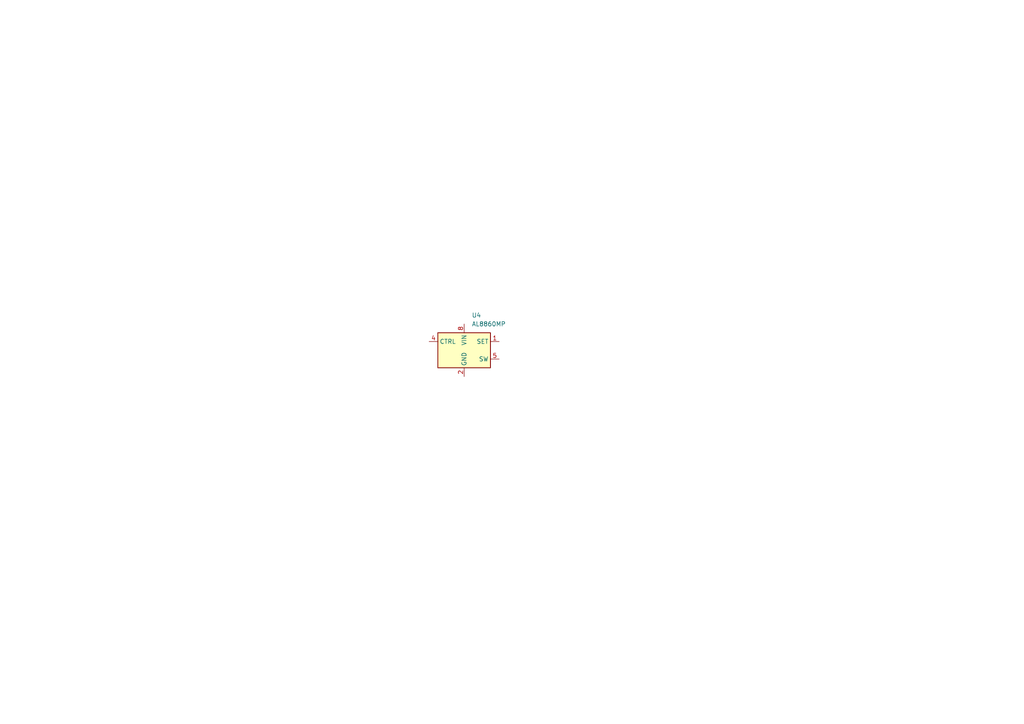
<source format=kicad_sch>
(kicad_sch (version 20231120) (generator "eeschema") (generator_version "8.0")
  (paper "A4")
  (lib_symbols
    (symbol "Driver_LED:AL8860MP"
      (property "Reference" "U" (at -5.08 6.35 0))
      (property "Value" "AL8860MP" (at 7.62 6.35 0))
      (symbol "AL8860MP_0_1"
        (rectangle (start -7.62 5.08) (end 7.62 -5.08) (stroke (width 0.254)) (fill (type background)))
      )
      (symbol "AL8860MP_1_1"
        (pin input line (at 10.16 2.54 180) (length 2.54) (name "SET") (number "1"))
        (pin power_in line (at 0 -7.62 90) (length 2.54) (name "GND") (number "2"))
        (pin passive line (at 0 -7.62 90) (length 2.54) hide (name "GND") (number "3"))
        (pin input line (at -10.16 2.54 0) (length 2.54) (name "CTRL") (number "4"))
        (pin open_collector line (at 10.16 -2.54 180) (length 2.54) (name "SW") (number "5"))
        (pin open_collector line (at 10.16 -2.54 180) (length 2.54) hide (name "SW") (number "6"))
        (pin no_connect line (at -7.62 -2.54 0) (length 2.54) hide (name "NC") (number "7"))
        (pin power_in line (at 0 7.62 270) (length 2.54) (name "VIN") (number "8"))
        (pin passive line (at 0 -7.62 90) (length 2.54) hide (name "GND") (number "9"))
      )
    )
  )
  (symbol (lib_id "Driver_LED:AL8860MP") (at 134.62 101.6 0) (unit 1)
    (property "Reference" "U4" (at 136.8141 91.44 0) (effects (justify left)))
    (property "Value" "AL8860MP" (at 136.8141 93.98 0) (effects (justify left)))
    (property "Footprint" "Package_SO:MSOP-8-1EP_3x3mm_P0.65mm_EP1.5x1.8mm" (effects (hide yes)))
    (property "Datasheet" "https://www.diodes.com/assets/Datasheets/AL8860.pdf" (effects (hide yes)))
    (property "Description" "40V 1.5A Constant Current Buck LED Driver IC, MSOP-8" (effects (hide yes)))
    (property "JLCPCB" "C2678649" (effects (hide yes)))
  )
)
</source>
